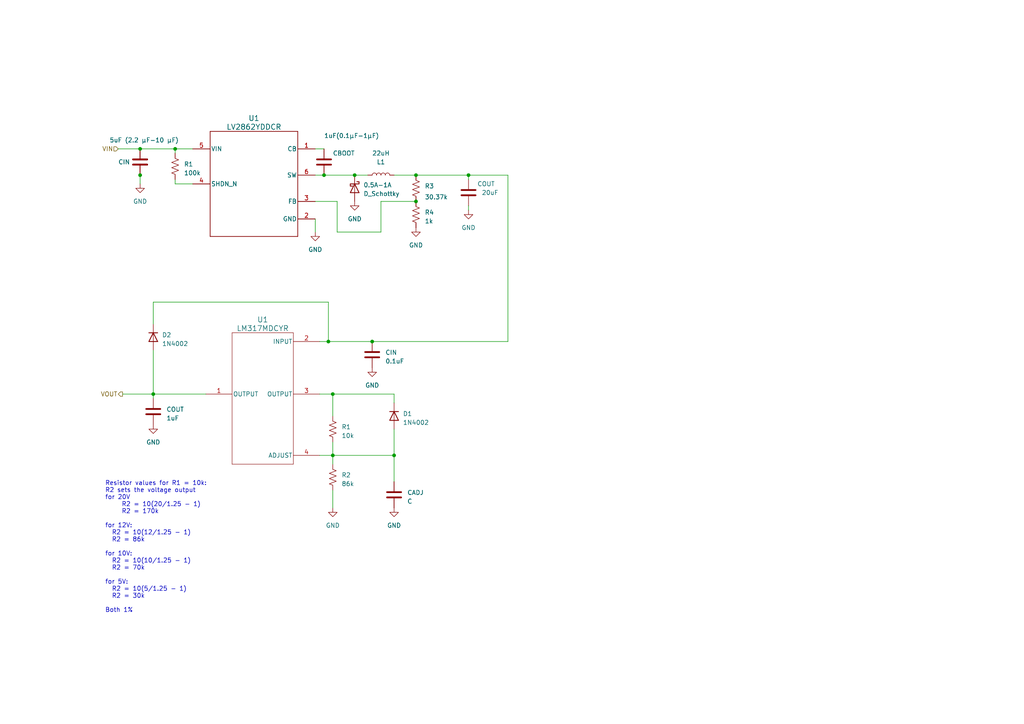
<source format=kicad_sch>
(kicad_sch (version 20230121) (generator eeschema)

  (uuid 69cc5212-5ba8-4ec3-a536-df9441cece17)

  (paper "A4")

  (lib_symbols
    (symbol "Buck:LV2862YDDCR" (pin_names (offset 0.254)) (in_bom yes) (on_board yes)
      (property "Reference" "U" (at 0 2.54 0)
        (effects (font (size 1.524 1.524)))
      )
      (property "Value" "LV2862YDDCR" (at 0 0 0)
        (effects (font (size 1.524 1.524)))
      )
      (property "Footprint" "DDC0006A-IPC_A" (at 0 0 0)
        (effects (font (size 1.27 1.27) italic) hide)
      )
      (property "Datasheet" "LV2862YDDCR" (at 0 0 0)
        (effects (font (size 1.27 1.27) italic) hide)
      )
      (property "ki_locked" "" (at 0 0 0)
        (effects (font (size 1.27 1.27)))
      )
      (property "ki_keywords" "LV2862YDDCR" (at 0 0 0)
        (effects (font (size 1.27 1.27)) hide)
      )
      (property "ki_fp_filters" "DDC0006A-IPC_A DDC0006A-IPC_B DDC0006A-IPC_C DDC0006A-MFG" (at 0 0 0)
        (effects (font (size 1.27 1.27)) hide)
      )
      (symbol "LV2862YDDCR_0_1"
        (polyline
          (pts
            (xy 5.08 -25.4)
            (xy 30.48 -25.4)
          )
          (stroke (width 0.2032) (type default))
          (fill (type none))
        )
        (polyline
          (pts
            (xy 5.08 5.08)
            (xy 5.08 -25.4)
          )
          (stroke (width 0.2032) (type default))
          (fill (type none))
        )
        (polyline
          (pts
            (xy 30.48 -25.4)
            (xy 30.48 5.08)
          )
          (stroke (width 0.2032) (type default))
          (fill (type none))
        )
        (polyline
          (pts
            (xy 30.48 5.08)
            (xy 5.08 5.08)
          )
          (stroke (width 0.2032) (type default))
          (fill (type none))
        )
        (pin unspecified line (at 35.56 0 180) (length 5.08)
          (name "CB" (effects (font (size 1.27 1.27))))
          (number "1" (effects (font (size 1.27 1.27))))
        )
        (pin power_in line (at 35.56 -20.32 180) (length 5.08)
          (name "GND" (effects (font (size 1.27 1.27))))
          (number "2" (effects (font (size 1.27 1.27))))
        )
        (pin unspecified line (at 35.56 -15.24 180) (length 5.08)
          (name "FB" (effects (font (size 1.27 1.27))))
          (number "3" (effects (font (size 1.27 1.27))))
        )
        (pin input line (at 0 -10.16 0) (length 5.08)
          (name "SHDN_N" (effects (font (size 1.27 1.27))))
          (number "4" (effects (font (size 1.27 1.27))))
        )
        (pin power_in line (at 0 0 0) (length 5.08)
          (name "VIN" (effects (font (size 1.27 1.27))))
          (number "5" (effects (font (size 1.27 1.27))))
        )
        (pin unspecified line (at 35.56 -7.62 180) (length 5.08)
          (name "SW" (effects (font (size 1.27 1.27))))
          (number "6" (effects (font (size 1.27 1.27))))
        )
      )
    )
    (symbol "Device:C" (pin_numbers hide) (pin_names (offset 0.254)) (in_bom yes) (on_board yes)
      (property "Reference" "C" (at 0.635 2.54 0)
        (effects (font (size 1.27 1.27)) (justify left))
      )
      (property "Value" "C" (at 0.635 -2.54 0)
        (effects (font (size 1.27 1.27)) (justify left))
      )
      (property "Footprint" "" (at 0.9652 -3.81 0)
        (effects (font (size 1.27 1.27)) hide)
      )
      (property "Datasheet" "~" (at 0 0 0)
        (effects (font (size 1.27 1.27)) hide)
      )
      (property "ki_keywords" "cap capacitor" (at 0 0 0)
        (effects (font (size 1.27 1.27)) hide)
      )
      (property "ki_description" "Unpolarized capacitor" (at 0 0 0)
        (effects (font (size 1.27 1.27)) hide)
      )
      (property "ki_fp_filters" "C_*" (at 0 0 0)
        (effects (font (size 1.27 1.27)) hide)
      )
      (symbol "C_0_1"
        (polyline
          (pts
            (xy -2.032 -0.762)
            (xy 2.032 -0.762)
          )
          (stroke (width 0.508) (type default))
          (fill (type none))
        )
        (polyline
          (pts
            (xy -2.032 0.762)
            (xy 2.032 0.762)
          )
          (stroke (width 0.508) (type default))
          (fill (type none))
        )
      )
      (symbol "C_1_1"
        (pin passive line (at 0 3.81 270) (length 2.794)
          (name "~" (effects (font (size 1.27 1.27))))
          (number "1" (effects (font (size 1.27 1.27))))
        )
        (pin passive line (at 0 -3.81 90) (length 2.794)
          (name "~" (effects (font (size 1.27 1.27))))
          (number "2" (effects (font (size 1.27 1.27))))
        )
      )
    )
    (symbol "Device:D_Schottky" (pin_numbers hide) (pin_names (offset 1.016) hide) (in_bom yes) (on_board yes)
      (property "Reference" "D" (at 0 2.54 0)
        (effects (font (size 1.27 1.27)))
      )
      (property "Value" "D_Schottky" (at 0 -2.54 0)
        (effects (font (size 1.27 1.27)))
      )
      (property "Footprint" "" (at 0 0 0)
        (effects (font (size 1.27 1.27)) hide)
      )
      (property "Datasheet" "~" (at 0 0 0)
        (effects (font (size 1.27 1.27)) hide)
      )
      (property "ki_keywords" "diode Schottky" (at 0 0 0)
        (effects (font (size 1.27 1.27)) hide)
      )
      (property "ki_description" "Schottky diode" (at 0 0 0)
        (effects (font (size 1.27 1.27)) hide)
      )
      (property "ki_fp_filters" "TO-???* *_Diode_* *SingleDiode* D_*" (at 0 0 0)
        (effects (font (size 1.27 1.27)) hide)
      )
      (symbol "D_Schottky_0_1"
        (polyline
          (pts
            (xy 1.27 0)
            (xy -1.27 0)
          )
          (stroke (width 0) (type default))
          (fill (type none))
        )
        (polyline
          (pts
            (xy 1.27 1.27)
            (xy 1.27 -1.27)
            (xy -1.27 0)
            (xy 1.27 1.27)
          )
          (stroke (width 0.254) (type default))
          (fill (type none))
        )
        (polyline
          (pts
            (xy -1.905 0.635)
            (xy -1.905 1.27)
            (xy -1.27 1.27)
            (xy -1.27 -1.27)
            (xy -0.635 -1.27)
            (xy -0.635 -0.635)
          )
          (stroke (width 0.254) (type default))
          (fill (type none))
        )
      )
      (symbol "D_Schottky_1_1"
        (pin passive line (at -3.81 0 0) (length 2.54)
          (name "K" (effects (font (size 1.27 1.27))))
          (number "1" (effects (font (size 1.27 1.27))))
        )
        (pin passive line (at 3.81 0 180) (length 2.54)
          (name "A" (effects (font (size 1.27 1.27))))
          (number "2" (effects (font (size 1.27 1.27))))
        )
      )
    )
    (symbol "Device:L" (pin_numbers hide) (pin_names (offset 1.016) hide) (in_bom yes) (on_board yes)
      (property "Reference" "L" (at -1.27 0 90)
        (effects (font (size 1.27 1.27)))
      )
      (property "Value" "L" (at 1.905 0 90)
        (effects (font (size 1.27 1.27)))
      )
      (property "Footprint" "" (at 0 0 0)
        (effects (font (size 1.27 1.27)) hide)
      )
      (property "Datasheet" "~" (at 0 0 0)
        (effects (font (size 1.27 1.27)) hide)
      )
      (property "ki_keywords" "inductor choke coil reactor magnetic" (at 0 0 0)
        (effects (font (size 1.27 1.27)) hide)
      )
      (property "ki_description" "Inductor" (at 0 0 0)
        (effects (font (size 1.27 1.27)) hide)
      )
      (property "ki_fp_filters" "Choke_* *Coil* Inductor_* L_*" (at 0 0 0)
        (effects (font (size 1.27 1.27)) hide)
      )
      (symbol "L_0_1"
        (arc (start 0 -2.54) (mid 0.6323 -1.905) (end 0 -1.27)
          (stroke (width 0) (type default))
          (fill (type none))
        )
        (arc (start 0 -1.27) (mid 0.6323 -0.635) (end 0 0)
          (stroke (width 0) (type default))
          (fill (type none))
        )
        (arc (start 0 0) (mid 0.6323 0.635) (end 0 1.27)
          (stroke (width 0) (type default))
          (fill (type none))
        )
        (arc (start 0 1.27) (mid 0.6323 1.905) (end 0 2.54)
          (stroke (width 0) (type default))
          (fill (type none))
        )
      )
      (symbol "L_1_1"
        (pin passive line (at 0 3.81 270) (length 1.27)
          (name "1" (effects (font (size 1.27 1.27))))
          (number "1" (effects (font (size 1.27 1.27))))
        )
        (pin passive line (at 0 -3.81 90) (length 1.27)
          (name "2" (effects (font (size 1.27 1.27))))
          (number "2" (effects (font (size 1.27 1.27))))
        )
      )
    )
    (symbol "Device:R_US" (pin_numbers hide) (pin_names (offset 0)) (in_bom yes) (on_board yes)
      (property "Reference" "R" (at 2.54 0 90)
        (effects (font (size 1.27 1.27)))
      )
      (property "Value" "R_US" (at -2.54 0 90)
        (effects (font (size 1.27 1.27)))
      )
      (property "Footprint" "" (at 1.016 -0.254 90)
        (effects (font (size 1.27 1.27)) hide)
      )
      (property "Datasheet" "~" (at 0 0 0)
        (effects (font (size 1.27 1.27)) hide)
      )
      (property "ki_keywords" "R res resistor" (at 0 0 0)
        (effects (font (size 1.27 1.27)) hide)
      )
      (property "ki_description" "Resistor, US symbol" (at 0 0 0)
        (effects (font (size 1.27 1.27)) hide)
      )
      (property "ki_fp_filters" "R_*" (at 0 0 0)
        (effects (font (size 1.27 1.27)) hide)
      )
      (symbol "R_US_0_1"
        (polyline
          (pts
            (xy 0 -2.286)
            (xy 0 -2.54)
          )
          (stroke (width 0) (type default))
          (fill (type none))
        )
        (polyline
          (pts
            (xy 0 2.286)
            (xy 0 2.54)
          )
          (stroke (width 0) (type default))
          (fill (type none))
        )
        (polyline
          (pts
            (xy 0 -0.762)
            (xy 1.016 -1.143)
            (xy 0 -1.524)
            (xy -1.016 -1.905)
            (xy 0 -2.286)
          )
          (stroke (width 0) (type default))
          (fill (type none))
        )
        (polyline
          (pts
            (xy 0 0.762)
            (xy 1.016 0.381)
            (xy 0 0)
            (xy -1.016 -0.381)
            (xy 0 -0.762)
          )
          (stroke (width 0) (type default))
          (fill (type none))
        )
        (polyline
          (pts
            (xy 0 2.286)
            (xy 1.016 1.905)
            (xy 0 1.524)
            (xy -1.016 1.143)
            (xy 0 0.762)
          )
          (stroke (width 0) (type default))
          (fill (type none))
        )
      )
      (symbol "R_US_1_1"
        (pin passive line (at 0 3.81 270) (length 1.27)
          (name "~" (effects (font (size 1.27 1.27))))
          (number "1" (effects (font (size 1.27 1.27))))
        )
        (pin passive line (at 0 -3.81 90) (length 1.27)
          (name "~" (effects (font (size 1.27 1.27))))
          (number "2" (effects (font (size 1.27 1.27))))
        )
      )
    )
    (symbol "Diode:1N4002" (pin_numbers hide) (pin_names hide) (in_bom yes) (on_board yes)
      (property "Reference" "D" (at 0 2.54 0)
        (effects (font (size 1.27 1.27)))
      )
      (property "Value" "1N4002" (at 0 -2.54 0)
        (effects (font (size 1.27 1.27)))
      )
      (property "Footprint" "Diode_THT:D_DO-41_SOD81_P10.16mm_Horizontal" (at 0 -4.445 0)
        (effects (font (size 1.27 1.27)) hide)
      )
      (property "Datasheet" "http://www.vishay.com/docs/88503/1n4001.pdf" (at 0 0 0)
        (effects (font (size 1.27 1.27)) hide)
      )
      (property "Sim.Device" "D" (at 0 0 0)
        (effects (font (size 1.27 1.27)) hide)
      )
      (property "Sim.Pins" "1=K 2=A" (at 0 0 0)
        (effects (font (size 1.27 1.27)) hide)
      )
      (property "ki_keywords" "diode" (at 0 0 0)
        (effects (font (size 1.27 1.27)) hide)
      )
      (property "ki_description" "100V 1A General Purpose Rectifier Diode, DO-41" (at 0 0 0)
        (effects (font (size 1.27 1.27)) hide)
      )
      (property "ki_fp_filters" "D*DO?41*" (at 0 0 0)
        (effects (font (size 1.27 1.27)) hide)
      )
      (symbol "1N4002_0_1"
        (polyline
          (pts
            (xy -1.27 1.27)
            (xy -1.27 -1.27)
          )
          (stroke (width 0.254) (type default))
          (fill (type none))
        )
        (polyline
          (pts
            (xy 1.27 0)
            (xy -1.27 0)
          )
          (stroke (width 0) (type default))
          (fill (type none))
        )
        (polyline
          (pts
            (xy 1.27 1.27)
            (xy 1.27 -1.27)
            (xy -1.27 0)
            (xy 1.27 1.27)
          )
          (stroke (width 0.254) (type default))
          (fill (type none))
        )
      )
      (symbol "1N4002_1_1"
        (pin passive line (at -3.81 0 0) (length 2.54)
          (name "K" (effects (font (size 1.27 1.27))))
          (number "1" (effects (font (size 1.27 1.27))))
        )
        (pin passive line (at 3.81 0 180) (length 2.54)
          (name "A" (effects (font (size 1.27 1.27))))
          (number "2" (effects (font (size 1.27 1.27))))
        )
      )
    )
    (symbol "LDO:LM317MDCYR" (pin_names (offset 0.254)) (in_bom yes) (on_board yes)
      (property "Reference" "U" (at 1.27 19.05 0)
        (effects (font (size 1.524 1.524)))
      )
      (property "Value" "LM317MDCYR" (at 1.27 16.51 0)
        (effects (font (size 1.524 1.524)))
      )
      (property "Footprint" "DCY4" (at 12.7 22.86 0)
        (effects (font (size 1.27 1.27) italic) hide)
      )
      (property "Datasheet" "LM317MDCYR" (at 12.7 25.4 0)
        (effects (font (size 1.27 1.27) italic) hide)
      )
      (property "ki_locked" "" (at 0 0 0)
        (effects (font (size 1.27 1.27)))
      )
      (property "ki_keywords" "LM317MDCYR" (at 0 0 0)
        (effects (font (size 1.27 1.27)) hide)
      )
      (property "ki_fp_filters" "DCY4" (at 0 0 0)
        (effects (font (size 1.27 1.27)) hide)
      )
      (symbol "LM317MDCYR_0_1"
        (polyline
          (pts
            (xy -7.62 -22.86)
            (xy 10.16 -22.86)
          )
          (stroke (width 0.127) (type default))
          (fill (type none))
        )
        (polyline
          (pts
            (xy -7.62 15.24)
            (xy -7.62 -22.86)
          )
          (stroke (width 0.127) (type default))
          (fill (type none))
        )
        (polyline
          (pts
            (xy 10.16 -22.86)
            (xy 10.16 15.24)
          )
          (stroke (width 0.127) (type default))
          (fill (type none))
        )
        (polyline
          (pts
            (xy 10.16 15.24)
            (xy -7.62 15.24)
          )
          (stroke (width 0.127) (type default))
          (fill (type none))
        )
        (pin output line (at -15.24 -2.54 0) (length 7.62)
          (name "OUTPUT" (effects (font (size 1.27 1.27))))
          (number "1" (effects (font (size 1.27 1.27))))
        )
        (pin input line (at 17.78 12.7 180) (length 7.62)
          (name "INPUT" (effects (font (size 1.27 1.27))))
          (number "2" (effects (font (size 1.27 1.27))))
        )
        (pin output line (at 17.78 -2.54 180) (length 7.62)
          (name "OUTPUT" (effects (font (size 1.27 1.27))))
          (number "3" (effects (font (size 1.27 1.27))))
        )
        (pin unspecified line (at 17.78 -20.32 180) (length 7.62)
          (name "ADJUST" (effects (font (size 1.27 1.27))))
          (number "4" (effects (font (size 1.27 1.27))))
        )
      )
    )
    (symbol "power:GND" (power) (pin_names (offset 0)) (in_bom yes) (on_board yes)
      (property "Reference" "#PWR" (at 0 -6.35 0)
        (effects (font (size 1.27 1.27)) hide)
      )
      (property "Value" "GND" (at 0 -3.81 0)
        (effects (font (size 1.27 1.27)))
      )
      (property "Footprint" "" (at 0 0 0)
        (effects (font (size 1.27 1.27)) hide)
      )
      (property "Datasheet" "" (at 0 0 0)
        (effects (font (size 1.27 1.27)) hide)
      )
      (property "ki_keywords" "global power" (at 0 0 0)
        (effects (font (size 1.27 1.27)) hide)
      )
      (property "ki_description" "Power symbol creates a global label with name \"GND\" , ground" (at 0 0 0)
        (effects (font (size 1.27 1.27)) hide)
      )
      (symbol "GND_0_1"
        (polyline
          (pts
            (xy 0 0)
            (xy 0 -1.27)
            (xy 1.27 -1.27)
            (xy 0 -2.54)
            (xy -1.27 -1.27)
            (xy 0 -1.27)
          )
          (stroke (width 0) (type default))
          (fill (type none))
        )
      )
      (symbol "GND_1_1"
        (pin power_in line (at 0 0 270) (length 0) hide
          (name "GND" (effects (font (size 1.27 1.27))))
          (number "1" (effects (font (size 1.27 1.27))))
        )
      )
    )
  )

  (junction (at 120.65 50.8) (diameter 0) (color 0 0 0 0)
    (uuid 05c63fa1-1bb6-484b-9a9f-d14482594bfa)
  )
  (junction (at 96.52 132.08) (diameter 0) (color 0 0 0 0)
    (uuid 194e5c1e-26a1-4b1f-99ac-d98c5e1b46d2)
  )
  (junction (at 93.98 50.8) (diameter 0) (color 0 0 0 0)
    (uuid 249ae2f9-f823-45a1-b120-4279db223ece)
  )
  (junction (at 40.64 43.18) (diameter 0) (color 0 0 0 0)
    (uuid 28ac6238-55e4-4db7-bacc-8e1bffac0066)
  )
  (junction (at 120.65 58.42) (diameter 0) (color 0 0 0 0)
    (uuid 3ff120d7-1225-410d-9c2c-ffdfdf2dfeb8)
  )
  (junction (at 135.89 50.8) (diameter 0) (color 0 0 0 0)
    (uuid 549390f0-cd7c-48f0-9340-5c2c4260e3d5)
  )
  (junction (at 95.25 99.06) (diameter 0) (color 0 0 0 0)
    (uuid 73725486-244d-4ff7-b543-5541739cf26a)
  )
  (junction (at 50.8 43.18) (diameter 0) (color 0 0 0 0)
    (uuid 801dd88e-25be-4309-911c-06e0299ccfdd)
  )
  (junction (at 96.52 114.3) (diameter 0) (color 0 0 0 0)
    (uuid 86043a71-6a83-4a2d-a986-2a77d466a131)
  )
  (junction (at 102.87 50.8) (diameter 0) (color 0 0 0 0)
    (uuid a1215a99-21f9-481c-82a7-978589d7aafb)
  )
  (junction (at 44.45 114.3) (diameter 0) (color 0 0 0 0)
    (uuid a8330e2f-af22-4d13-b5f2-adbb7938c15f)
  )
  (junction (at 40.64 50.8) (diameter 0) (color 0 0 0 0)
    (uuid b2aee6ab-8be2-4f6a-b73e-b6580ad0122d)
  )
  (junction (at 114.3 132.08) (diameter 0) (color 0 0 0 0)
    (uuid e9e63f5e-af39-4e6c-9c17-dba8dca4b426)
  )
  (junction (at 107.95 99.06) (diameter 0) (color 0 0 0 0)
    (uuid f39f941d-e4b6-40dc-8746-cf7320afc5d6)
  )

  (wire (pts (xy 50.8 53.34) (xy 55.88 53.34))
    (stroke (width 0) (type default))
    (uuid 0248fefa-2541-4af8-927e-e162ca59c8bf)
  )
  (wire (pts (xy 114.3 116.84) (xy 114.3 114.3))
    (stroke (width 0) (type default))
    (uuid 028de59d-1cf0-4771-9fa0-f540f6e84bd0)
  )
  (wire (pts (xy 114.3 132.08) (xy 114.3 139.7))
    (stroke (width 0) (type default))
    (uuid 0b6769e5-1a9b-49a0-92fa-64338fd5e1e5)
  )
  (wire (pts (xy 92.71 132.08) (xy 96.52 132.08))
    (stroke (width 0) (type default))
    (uuid 0c3f4029-7455-4334-8fb4-8cfd6d846396)
  )
  (wire (pts (xy 135.89 60.96) (xy 135.89 59.69))
    (stroke (width 0) (type default))
    (uuid 0f971934-0ddf-4292-88b0-bfeed2e7b45a)
  )
  (wire (pts (xy 91.44 43.18) (xy 93.98 43.18))
    (stroke (width 0) (type default))
    (uuid 195c710d-3e66-4ac7-95ab-1858b6be0e94)
  )
  (wire (pts (xy 44.45 93.98) (xy 44.45 87.63))
    (stroke (width 0) (type default))
    (uuid 1e44ec6a-e964-4f64-870c-3b146471104b)
  )
  (wire (pts (xy 110.49 67.31) (xy 110.49 58.42))
    (stroke (width 0) (type default))
    (uuid 2fb05118-9944-411c-a92e-6a9901ab8f32)
  )
  (wire (pts (xy 135.89 50.8) (xy 147.32 50.8))
    (stroke (width 0) (type default))
    (uuid 32fc7ab9-a7d5-4d39-bfc9-6ea94f76db20)
  )
  (wire (pts (xy 95.25 87.63) (xy 95.25 99.06))
    (stroke (width 0) (type default))
    (uuid 33b9f962-a4cf-496b-93c0-c7ea2e1c6d0a)
  )
  (wire (pts (xy 120.65 50.8) (xy 135.89 50.8))
    (stroke (width 0) (type default))
    (uuid 3baa41a7-8014-4a0d-a23a-332a9c5d1fd5)
  )
  (wire (pts (xy 50.8 52.07) (xy 50.8 53.34))
    (stroke (width 0) (type default))
    (uuid 417f70dd-48c7-4e4a-a704-e5ce8e46dfa5)
  )
  (wire (pts (xy 92.71 99.06) (xy 95.25 99.06))
    (stroke (width 0) (type default))
    (uuid 41a759c5-9437-45b4-bb26-854203822128)
  )
  (wire (pts (xy 135.89 52.07) (xy 135.89 50.8))
    (stroke (width 0) (type default))
    (uuid 42d6f58e-98b6-43c6-b586-c13cb1c1f039)
  )
  (wire (pts (xy 91.44 63.5) (xy 91.44 67.31))
    (stroke (width 0) (type default))
    (uuid 68cd7980-b9ea-49b8-b023-d6cec75e26e8)
  )
  (wire (pts (xy 50.8 43.18) (xy 50.8 44.45))
    (stroke (width 0) (type default))
    (uuid 6bd63597-fecd-4666-a37f-d5c0a9092105)
  )
  (wire (pts (xy 97.79 58.42) (xy 97.79 67.31))
    (stroke (width 0) (type default))
    (uuid 6f555269-d3a8-4a56-9feb-0bc1892ed299)
  )
  (wire (pts (xy 34.29 43.18) (xy 40.64 43.18))
    (stroke (width 0) (type default))
    (uuid 7593dd03-e12e-4b97-9ff2-cfd66809af34)
  )
  (wire (pts (xy 96.52 114.3) (xy 96.52 120.65))
    (stroke (width 0) (type default))
    (uuid 76f832b6-7d70-4597-bfa7-fc597729ee32)
  )
  (wire (pts (xy 93.98 50.8) (xy 102.87 50.8))
    (stroke (width 0) (type default))
    (uuid 7b4ac6f3-d71c-4e08-86f4-4d8b5fb65444)
  )
  (wire (pts (xy 44.45 114.3) (xy 44.45 115.57))
    (stroke (width 0) (type default))
    (uuid 846a68bb-87a8-4f84-8baa-7da9c06fcccd)
  )
  (wire (pts (xy 40.64 43.18) (xy 50.8 43.18))
    (stroke (width 0) (type default))
    (uuid 8db78a4b-290e-4a04-b62d-07ac56af9c0a)
  )
  (wire (pts (xy 92.71 114.3) (xy 96.52 114.3))
    (stroke (width 0) (type default))
    (uuid 93bd5769-e547-4739-a11c-3f1c828e7c2c)
  )
  (wire (pts (xy 97.79 67.31) (xy 110.49 67.31))
    (stroke (width 0) (type default))
    (uuid 976c654d-3d05-40cf-8cc0-c151979d590e)
  )
  (wire (pts (xy 95.25 99.06) (xy 107.95 99.06))
    (stroke (width 0) (type default))
    (uuid 99c3998e-3f6f-4139-9e72-cb143ae90296)
  )
  (wire (pts (xy 44.45 87.63) (xy 95.25 87.63))
    (stroke (width 0) (type default))
    (uuid a5f11db3-eb9c-484d-9c5e-99027a15584b)
  )
  (wire (pts (xy 114.3 50.8) (xy 120.65 50.8))
    (stroke (width 0) (type default))
    (uuid b2aae858-0a30-4c85-9829-3f8274697937)
  )
  (wire (pts (xy 44.45 101.6) (xy 44.45 114.3))
    (stroke (width 0) (type default))
    (uuid bc86cf12-80d8-447b-bc69-3b93c4ba3605)
  )
  (wire (pts (xy 102.87 50.8) (xy 106.68 50.8))
    (stroke (width 0) (type default))
    (uuid c1d52ba6-74ae-4012-95ad-7c0ce0ecad70)
  )
  (wire (pts (xy 114.3 114.3) (xy 96.52 114.3))
    (stroke (width 0) (type default))
    (uuid c2e27ffa-7e75-4ee8-bcf3-1ae821dd1dc9)
  )
  (wire (pts (xy 40.64 50.8) (xy 40.64 53.34))
    (stroke (width 0) (type default))
    (uuid c4786a52-561c-4970-88a2-0c10859f4942)
  )
  (wire (pts (xy 96.52 132.08) (xy 114.3 132.08))
    (stroke (width 0) (type default))
    (uuid cb8cbef8-adb2-4bd6-913d-629197207071)
  )
  (wire (pts (xy 147.32 50.8) (xy 147.32 99.06))
    (stroke (width 0) (type default))
    (uuid cda07672-417f-45e4-a427-7d18656c9be0)
  )
  (wire (pts (xy 91.44 58.42) (xy 97.79 58.42))
    (stroke (width 0) (type default))
    (uuid d5d97dfe-4002-4437-8890-db383f12e44a)
  )
  (wire (pts (xy 114.3 124.46) (xy 114.3 132.08))
    (stroke (width 0) (type default))
    (uuid d9e35ba1-86b7-494f-8444-5f4414f6955b)
  )
  (wire (pts (xy 110.49 58.42) (xy 120.65 58.42))
    (stroke (width 0) (type default))
    (uuid db2aa714-ac1c-4f91-9ddd-097339a7b2eb)
  )
  (wire (pts (xy 59.69 114.3) (xy 44.45 114.3))
    (stroke (width 0) (type default))
    (uuid de1a3b26-2f5c-4a91-a4c0-fb9962476d40)
  )
  (wire (pts (xy 96.52 128.27) (xy 96.52 132.08))
    (stroke (width 0) (type default))
    (uuid ea2acc33-a76f-45a8-bd2d-b555a580cd0b)
  )
  (wire (pts (xy 107.95 99.06) (xy 147.32 99.06))
    (stroke (width 0) (type default))
    (uuid ed3ee983-c489-4cc1-86cd-97e4f666310a)
  )
  (wire (pts (xy 50.8 43.18) (xy 55.88 43.18))
    (stroke (width 0) (type default))
    (uuid ef155a16-15e1-4bfe-8ce7-fec6d70112bf)
  )
  (wire (pts (xy 91.44 50.8) (xy 93.98 50.8))
    (stroke (width 0) (type default))
    (uuid f24e43c4-e597-4b65-b29c-28bf90d6876b)
  )
  (wire (pts (xy 96.52 142.24) (xy 96.52 147.32))
    (stroke (width 0) (type default))
    (uuid f6e4c4da-0014-4b22-bd65-5185badd329d)
  )
  (wire (pts (xy 96.52 132.08) (xy 96.52 134.62))
    (stroke (width 0) (type default))
    (uuid fe546822-623a-44a2-87d3-d670d9b07c6f)
  )
  (wire (pts (xy 35.56 114.3) (xy 44.45 114.3))
    (stroke (width 0) (type default))
    (uuid ff2a031a-9eb8-4c84-b8fe-8941be796930)
  )

  (text "Resistor values for R1 = 10k:\nR2 sets the voltage output\nfor 20V \n	R2 = 10(20/1.25 - 1)\n	R2 = 170k\n\nfor 12V:\n  R2 = 10(12/1.25 - 1)\n  R2 = 86k\n\nfor 10V:\n  R2 = 10(10/1.25 - 1)\n  R2 = 70k\n\nfor 5V:\n  R2 = 10(5/1.25 - 1)\n  R2 = 30k\n\nBoth 1%"
    (at 30.48 177.8 0)
    (effects (font (size 1.27 1.27)) (justify left bottom))
    (uuid 96cb566a-dff4-4229-ab32-a357a11311a3)
  )

  (hierarchical_label "VIN" (shape input) (at 34.29 43.18 180) (fields_autoplaced)
    (effects (font (size 1.27 1.27)) (justify right))
    (uuid 10a22cee-2c3a-4b3b-8e04-751c81f80694)
  )
  (hierarchical_label "VOUT" (shape output) (at 35.56 114.3 180) (fields_autoplaced)
    (effects (font (size 1.27 1.27)) (justify right))
    (uuid 1ef377ca-83e5-48b6-8ddc-d00ed6ac937c)
  )

  (symbol (lib_id "power:GND") (at 120.65 66.04 0) (unit 1)
    (in_bom yes) (on_board yes) (dnp no) (fields_autoplaced)
    (uuid 04019a86-ca20-4a60-aebb-6a3c7bc050cb)
    (property "Reference" "#PWR04" (at 120.65 72.39 0)
      (effects (font (size 1.27 1.27)) hide)
    )
    (property "Value" "GND" (at 120.65 71.12 0)
      (effects (font (size 1.27 1.27)))
    )
    (property "Footprint" "" (at 120.65 66.04 0)
      (effects (font (size 1.27 1.27)) hide)
    )
    (property "Datasheet" "" (at 120.65 66.04 0)
      (effects (font (size 1.27 1.27)) hide)
    )
    (pin "1" (uuid 5322739b-9dc8-4ea9-b6ee-d5c1b8d017a5))
    (instances
      (project "buck_converter_new"
        (path "/149e507d-55bd-45fe-b150-20d899d3b124"
          (reference "#PWR04") (unit 1)
        )
      )
      (project "power_board_new"
        (path "/69cc5212-5ba8-4ec3-a536-df9441cece17"
          (reference "#PWR04") (unit 1)
        )
      )
    )
  )

  (symbol (lib_id "Device:R_US") (at 50.8 48.26 0) (unit 1)
    (in_bom yes) (on_board yes) (dnp no) (fields_autoplaced)
    (uuid 08343eae-bdce-4061-8699-958f728b75c8)
    (property "Reference" "R1" (at 53.34 47.625 0)
      (effects (font (size 1.27 1.27)) (justify left))
    )
    (property "Value" "100k" (at 53.34 50.165 0)
      (effects (font (size 1.27 1.27)) (justify left))
    )
    (property "Footprint" "" (at 51.816 48.514 90)
      (effects (font (size 1.27 1.27)) hide)
    )
    (property "Datasheet" "~" (at 50.8 48.26 0)
      (effects (font (size 1.27 1.27)) hide)
    )
    (pin "1" (uuid 21557590-df05-4475-845f-f41c0a3daf29))
    (pin "2" (uuid de746755-42be-47ee-bffd-e3d9e9e7e363))
    (instances
      (project "buck_converter_new"
        (path "/149e507d-55bd-45fe-b150-20d899d3b124"
          (reference "R1") (unit 1)
        )
      )
      (project "power_board_new"
        (path "/69cc5212-5ba8-4ec3-a536-df9441cece17"
          (reference "R1") (unit 1)
        )
      )
    )
  )

  (symbol (lib_id "Diode:1N4002") (at 44.45 97.79 270) (unit 1)
    (in_bom yes) (on_board yes) (dnp no) (fields_autoplaced)
    (uuid 0ca353b7-67e1-4f33-be19-1beee4a15128)
    (property "Reference" "D2" (at 46.99 97.155 90)
      (effects (font (size 1.27 1.27)) (justify left))
    )
    (property "Value" "1N4002" (at 46.99 99.695 90)
      (effects (font (size 1.27 1.27)) (justify left))
    )
    (property "Footprint" "Diode_THT:D_DO-41_SOD81_P10.16mm_Horizontal" (at 40.005 97.79 0)
      (effects (font (size 1.27 1.27)) hide)
    )
    (property "Datasheet" "http://www.vishay.com/docs/88503/1n4001.pdf" (at 44.45 97.79 0)
      (effects (font (size 1.27 1.27)) hide)
    )
    (property "Sim.Device" "D" (at 44.45 97.79 0)
      (effects (font (size 1.27 1.27)) hide)
    )
    (property "Sim.Pins" "1=K 2=A" (at 44.45 97.79 0)
      (effects (font (size 1.27 1.27)) hide)
    )
    (pin "1" (uuid 199f1192-b115-41f3-a90d-84dceab1b120))
    (pin "2" (uuid 0b3e2ccd-4b6d-4700-bb8b-3ea0954f083d))
    (instances
      (project "ldo_new"
        (path "/37885a27-0530-49a3-9bbe-7c9919a563cc"
          (reference "D2") (unit 1)
        )
      )
      (project "power_board_new"
        (path "/69cc5212-5ba8-4ec3-a536-df9441cece17"
          (reference "D2") (unit 1)
        )
      )
    )
  )

  (symbol (lib_id "Device:C") (at 44.45 119.38 0) (unit 1)
    (in_bom yes) (on_board yes) (dnp no) (fields_autoplaced)
    (uuid 0f60a88a-5d75-4562-baf8-e27860014ba8)
    (property "Reference" "COUT" (at 48.26 118.745 0)
      (effects (font (size 1.27 1.27)) (justify left))
    )
    (property "Value" "1uF" (at 48.26 121.285 0)
      (effects (font (size 1.27 1.27)) (justify left))
    )
    (property "Footprint" "" (at 45.4152 123.19 0)
      (effects (font (size 1.27 1.27)) hide)
    )
    (property "Datasheet" "~" (at 44.45 119.38 0)
      (effects (font (size 1.27 1.27)) hide)
    )
    (pin "1" (uuid 13c39944-2329-4407-b693-154a5be3c0ac))
    (pin "2" (uuid f7cc19b1-87ce-4a13-94e5-fb0adc2b3040))
    (instances
      (project "ldo_new"
        (path "/37885a27-0530-49a3-9bbe-7c9919a563cc"
          (reference "COUT") (unit 1)
        )
      )
      (project "power_board_new"
        (path "/69cc5212-5ba8-4ec3-a536-df9441cece17"
          (reference "COUT") (unit 1)
        )
      )
    )
  )

  (symbol (lib_id "Device:D_Schottky") (at 102.87 54.61 270) (unit 1)
    (in_bom yes) (on_board yes) (dnp no) (fields_autoplaced)
    (uuid 1fb01dce-f5ba-48fc-9d74-7323b0c4e123)
    (property "Reference" "0.5A-1A" (at 105.41 53.6575 90)
      (effects (font (size 1.27 1.27)) (justify left))
    )
    (property "Value" "D_Schottky" (at 105.41 56.1975 90)
      (effects (font (size 1.27 1.27)) (justify left))
    )
    (property "Footprint" "" (at 102.87 54.61 0)
      (effects (font (size 1.27 1.27)) hide)
    )
    (property "Datasheet" "~" (at 102.87 54.61 0)
      (effects (font (size 1.27 1.27)) hide)
    )
    (pin "1" (uuid 6133e0ff-8a71-4d6d-936a-38d63a89a13c))
    (pin "2" (uuid 1efd95d0-34d1-44d2-8362-89be5571dbb9))
    (instances
      (project "buck_converter_new"
        (path "/149e507d-55bd-45fe-b150-20d899d3b124"
          (reference "0.5A-1A") (unit 1)
        )
      )
      (project "power_board_new"
        (path "/69cc5212-5ba8-4ec3-a536-df9441cece17"
          (reference "0.5A-1A") (unit 1)
        )
      )
    )
  )

  (symbol (lib_id "Device:R_US") (at 120.65 62.23 0) (unit 1)
    (in_bom yes) (on_board yes) (dnp no) (fields_autoplaced)
    (uuid 31b6f6e4-c79e-48fa-959a-0ab1d97a1996)
    (property "Reference" "R4" (at 123.19 61.595 0)
      (effects (font (size 1.27 1.27)) (justify left))
    )
    (property "Value" "1k" (at 123.19 64.135 0)
      (effects (font (size 1.27 1.27)) (justify left))
    )
    (property "Footprint" "" (at 121.666 62.484 90)
      (effects (font (size 1.27 1.27)) hide)
    )
    (property "Datasheet" "~" (at 120.65 62.23 0)
      (effects (font (size 1.27 1.27)) hide)
    )
    (pin "1" (uuid 403d01e2-c818-4deb-9db6-ae6ae642dd2f))
    (pin "2" (uuid dafd55c5-77b2-45ad-bae2-e3170384a02c))
    (instances
      (project "buck_converter_new"
        (path "/149e507d-55bd-45fe-b150-20d899d3b124"
          (reference "R4") (unit 1)
        )
      )
      (project "power_board_new"
        (path "/69cc5212-5ba8-4ec3-a536-df9441cece17"
          (reference "R4") (unit 1)
        )
      )
    )
  )

  (symbol (lib_id "power:GND") (at 40.64 53.34 0) (unit 1)
    (in_bom yes) (on_board yes) (dnp no) (fields_autoplaced)
    (uuid 40d3a772-96bd-407c-a606-5e60ddd2cd1f)
    (property "Reference" "#PWR02" (at 40.64 59.69 0)
      (effects (font (size 1.27 1.27)) hide)
    )
    (property "Value" "GND" (at 40.64 58.42 0)
      (effects (font (size 1.27 1.27)))
    )
    (property "Footprint" "" (at 40.64 53.34 0)
      (effects (font (size 1.27 1.27)) hide)
    )
    (property "Datasheet" "" (at 40.64 53.34 0)
      (effects (font (size 1.27 1.27)) hide)
    )
    (pin "1" (uuid 5a6b410a-fb95-4f1c-8849-866236612a63))
    (instances
      (project "buck_converter_new"
        (path "/149e507d-55bd-45fe-b150-20d899d3b124"
          (reference "#PWR02") (unit 1)
        )
      )
      (project "power_board_new"
        (path "/69cc5212-5ba8-4ec3-a536-df9441cece17"
          (reference "#PWR02") (unit 1)
        )
      )
    )
  )

  (symbol (lib_id "power:GND") (at 96.52 147.32 0) (unit 1)
    (in_bom yes) (on_board yes) (dnp no) (fields_autoplaced)
    (uuid 425c1c32-5be1-4f87-ab50-94b1850ad870)
    (property "Reference" "#PWR04" (at 96.52 153.67 0)
      (effects (font (size 1.27 1.27)) hide)
    )
    (property "Value" "GND" (at 96.52 152.4 0)
      (effects (font (size 1.27 1.27)))
    )
    (property "Footprint" "" (at 96.52 147.32 0)
      (effects (font (size 1.27 1.27)) hide)
    )
    (property "Datasheet" "" (at 96.52 147.32 0)
      (effects (font (size 1.27 1.27)) hide)
    )
    (pin "1" (uuid d38e495e-630a-4e7a-a34a-63877a5bf50c))
    (instances
      (project "ldo_new"
        (path "/37885a27-0530-49a3-9bbe-7c9919a563cc"
          (reference "#PWR04") (unit 1)
        )
      )
      (project "power_board_new"
        (path "/69cc5212-5ba8-4ec3-a536-df9441cece17"
          (reference "#PWR04") (unit 1)
        )
      )
    )
  )

  (symbol (lib_id "Device:R_US") (at 120.65 54.61 0) (unit 1)
    (in_bom yes) (on_board yes) (dnp no)
    (uuid 4648e923-fbfe-41df-aa71-5ecb2d5c29f2)
    (property "Reference" "R3" (at 123.19 53.975 0)
      (effects (font (size 1.27 1.27)) (justify left))
    )
    (property "Value" "30.37k" (at 123.19 57.15 0)
      (effects (font (size 1.27 1.27)) (justify left))
    )
    (property "Footprint" "" (at 121.666 54.864 90)
      (effects (font (size 1.27 1.27)) hide)
    )
    (property "Datasheet" "~" (at 120.65 54.61 0)
      (effects (font (size 1.27 1.27)) hide)
    )
    (pin "1" (uuid deb09a9f-4c90-4c68-b824-b77ceece1500))
    (pin "2" (uuid 8fb6c28f-f2f0-4d49-b48a-f482fa635b15))
    (instances
      (project "buck_converter_new"
        (path "/149e507d-55bd-45fe-b150-20d899d3b124"
          (reference "R3") (unit 1)
        )
      )
      (project "power_board_new"
        (path "/69cc5212-5ba8-4ec3-a536-df9441cece17"
          (reference "R3") (unit 1)
        )
      )
    )
  )

  (symbol (lib_id "Diode:1N4002") (at 114.3 120.65 270) (unit 1)
    (in_bom yes) (on_board yes) (dnp no) (fields_autoplaced)
    (uuid 46b7f90e-ef27-46c8-bf29-10d54bbf2c09)
    (property "Reference" "D1" (at 116.84 120.015 90)
      (effects (font (size 1.27 1.27)) (justify left))
    )
    (property "Value" "1N4002" (at 116.84 122.555 90)
      (effects (font (size 1.27 1.27)) (justify left))
    )
    (property "Footprint" "Diode_THT:D_DO-41_SOD81_P10.16mm_Horizontal" (at 109.855 120.65 0)
      (effects (font (size 1.27 1.27)) hide)
    )
    (property "Datasheet" "http://www.vishay.com/docs/88503/1n4001.pdf" (at 114.3 120.65 0)
      (effects (font (size 1.27 1.27)) hide)
    )
    (property "Sim.Device" "D" (at 114.3 120.65 0)
      (effects (font (size 1.27 1.27)) hide)
    )
    (property "Sim.Pins" "1=K 2=A" (at 114.3 120.65 0)
      (effects (font (size 1.27 1.27)) hide)
    )
    (pin "1" (uuid 6110eaee-8932-4cee-884f-612093f617ec))
    (pin "2" (uuid bd20a9b5-47aa-4e14-8ae1-6359d4a1b89b))
    (instances
      (project "ldo_new"
        (path "/37885a27-0530-49a3-9bbe-7c9919a563cc"
          (reference "D1") (unit 1)
        )
      )
      (project "power_board_new"
        (path "/69cc5212-5ba8-4ec3-a536-df9441cece17"
          (reference "D1") (unit 1)
        )
      )
    )
  )

  (symbol (lib_id "Device:C") (at 40.64 46.99 0) (unit 1)
    (in_bom yes) (on_board yes) (dnp no)
    (uuid 4aff35db-bcdb-4ed4-ad18-46cea680d878)
    (property "Reference" "C1" (at 44.45 46.355 0)
      (effects (font (size 1.27 1.27)) (justify left) hide)
    )
    (property "Value" "C" (at 44.45 48.895 0)
      (effects (font (size 1.27 1.27)) (justify left) hide)
    )
    (property "Footprint" "" (at 41.6052 50.8 0)
      (effects (font (size 1.27 1.27)) hide)
    )
    (property "Datasheet" "~" (at 40.64 46.99 0)
      (effects (font (size 1.27 1.27)) hide)
    )
    (pin "1" (uuid 3b8d23d6-f344-4d8f-91c8-4fa6e116a4d5))
    (pin "2" (uuid 1eab76bb-292f-45f3-b465-e323cfd49c78))
    (instances
      (project "buck_converter_new"
        (path "/149e507d-55bd-45fe-b150-20d899d3b124"
          (reference "C1") (unit 1)
        )
      )
      (project "power_board_new"
        (path "/69cc5212-5ba8-4ec3-a536-df9441cece17"
          (reference "C1") (unit 1)
        )
      )
    )
  )

  (symbol (lib_id "Device:C") (at 93.98 46.99 0) (unit 1)
    (in_bom yes) (on_board yes) (dnp no)
    (uuid 55f32253-ec6a-48e8-ad89-c4a72f71be01)
    (property "Reference" "CBOOT" (at 96.52 44.45 0)
      (effects (font (size 1.27 1.27)) (justify left))
    )
    (property "Value" "1uF(0.1µF-1µF)" (at 93.98 39.37 0)
      (effects (font (size 1.27 1.27)) (justify left))
    )
    (property "Footprint" "" (at 94.9452 50.8 0)
      (effects (font (size 1.27 1.27)) hide)
    )
    (property "Datasheet" "~" (at 93.98 46.99 0)
      (effects (font (size 1.27 1.27)) hide)
    )
    (pin "1" (uuid 82abfd29-0b22-4729-aa09-fcdcfa503549))
    (pin "2" (uuid e25b3452-e36f-4a37-b2fb-255a5e11a23e))
    (instances
      (project "buck_converter_new"
        (path "/149e507d-55bd-45fe-b150-20d899d3b124"
          (reference "CBOOT") (unit 1)
        )
      )
      (project "power_board_new"
        (path "/69cc5212-5ba8-4ec3-a536-df9441cece17"
          (reference "CBOOT") (unit 1)
        )
      )
    )
  )

  (symbol (lib_id "power:GND") (at 44.45 123.19 0) (unit 1)
    (in_bom yes) (on_board yes) (dnp no) (fields_autoplaced)
    (uuid 55ffcd28-8787-40e3-8b45-de93c789a9c9)
    (property "Reference" "#PWR01" (at 44.45 129.54 0)
      (effects (font (size 1.27 1.27)) hide)
    )
    (property "Value" "GND" (at 44.45 128.27 0)
      (effects (font (size 1.27 1.27)))
    )
    (property "Footprint" "" (at 44.45 123.19 0)
      (effects (font (size 1.27 1.27)) hide)
    )
    (property "Datasheet" "" (at 44.45 123.19 0)
      (effects (font (size 1.27 1.27)) hide)
    )
    (pin "1" (uuid 56010a03-58b5-40a2-9b38-90ed383fb895))
    (instances
      (project "ldo_new"
        (path "/37885a27-0530-49a3-9bbe-7c9919a563cc"
          (reference "#PWR01") (unit 1)
        )
      )
      (project "power_board_new"
        (path "/69cc5212-5ba8-4ec3-a536-df9441cece17"
          (reference "#PWR01") (unit 1)
        )
      )
    )
  )

  (symbol (lib_id "Device:R_US") (at 96.52 124.46 0) (unit 1)
    (in_bom yes) (on_board yes) (dnp no) (fields_autoplaced)
    (uuid 57cc4cf0-77b6-409a-9523-2d32f4603a71)
    (property "Reference" "R1" (at 99.06 123.825 0)
      (effects (font (size 1.27 1.27)) (justify left))
    )
    (property "Value" "10k" (at 99.06 126.365 0)
      (effects (font (size 1.27 1.27)) (justify left))
    )
    (property "Footprint" "" (at 97.536 124.714 90)
      (effects (font (size 1.27 1.27)) hide)
    )
    (property "Datasheet" "~" (at 96.52 124.46 0)
      (effects (font (size 1.27 1.27)) hide)
    )
    (pin "1" (uuid d53d3364-f1e8-4a1e-9c9a-eae518e3efe8))
    (pin "2" (uuid 9031b412-1ce8-4bde-95d2-8cdf81297926))
    (instances
      (project "ldo_new"
        (path "/37885a27-0530-49a3-9bbe-7c9919a563cc"
          (reference "R1") (unit 1)
        )
      )
      (project "power_board_new"
        (path "/69cc5212-5ba8-4ec3-a536-df9441cece17"
          (reference "R1") (unit 1)
        )
      )
    )
  )

  (symbol (lib_id "Device:L") (at 110.49 50.8 90) (unit 1)
    (in_bom yes) (on_board yes) (dnp no)
    (uuid 6a95801f-ca2d-42f1-ad16-8c3c0a20c8cb)
    (property "Reference" "L1" (at 110.49 46.99 90)
      (effects (font (size 1.27 1.27)))
    )
    (property "Value" "22uH" (at 110.49 44.45 90)
      (effects (font (size 1.27 1.27)))
    )
    (property "Footprint" "" (at 110.49 50.8 0)
      (effects (font (size 1.27 1.27)) hide)
    )
    (property "Datasheet" "~" (at 110.49 50.8 0)
      (effects (font (size 1.27 1.27)) hide)
    )
    (pin "1" (uuid 1f038eb0-5f74-4bfd-abb7-c342f9c34fa2))
    (pin "2" (uuid af8f76ed-e9f1-4048-b550-c2c4531b03c8))
    (instances
      (project "buck_converter_new"
        (path "/149e507d-55bd-45fe-b150-20d899d3b124"
          (reference "L1") (unit 1)
        )
      )
      (project "power_board_new"
        (path "/69cc5212-5ba8-4ec3-a536-df9441cece17"
          (reference "L1") (unit 1)
        )
      )
    )
  )

  (symbol (lib_id "power:GND") (at 114.3 147.32 0) (unit 1)
    (in_bom yes) (on_board yes) (dnp no) (fields_autoplaced)
    (uuid 71076032-c4d5-4fdb-a8ef-aa50a1f324e7)
    (property "Reference" "#PWR03" (at 114.3 153.67 0)
      (effects (font (size 1.27 1.27)) hide)
    )
    (property "Value" "GND" (at 114.3 152.4 0)
      (effects (font (size 1.27 1.27)))
    )
    (property "Footprint" "" (at 114.3 147.32 0)
      (effects (font (size 1.27 1.27)) hide)
    )
    (property "Datasheet" "" (at 114.3 147.32 0)
      (effects (font (size 1.27 1.27)) hide)
    )
    (pin "1" (uuid fa141414-e466-4f30-a9ee-a1f15db32f67))
    (instances
      (project "ldo_new"
        (path "/37885a27-0530-49a3-9bbe-7c9919a563cc"
          (reference "#PWR03") (unit 1)
        )
      )
      (project "power_board_new"
        (path "/69cc5212-5ba8-4ec3-a536-df9441cece17"
          (reference "#PWR03") (unit 1)
        )
      )
    )
  )

  (symbol (lib_id "Device:C") (at 107.95 102.87 0) (unit 1)
    (in_bom yes) (on_board yes) (dnp no) (fields_autoplaced)
    (uuid 8708142f-1a6c-4ce5-9b58-af29ec6bc3ef)
    (property "Reference" "CIN" (at 111.76 102.235 0)
      (effects (font (size 1.27 1.27)) (justify left))
    )
    (property "Value" "0.1uF" (at 111.76 104.775 0)
      (effects (font (size 1.27 1.27)) (justify left))
    )
    (property "Footprint" "" (at 108.9152 106.68 0)
      (effects (font (size 1.27 1.27)) hide)
    )
    (property "Datasheet" "~" (at 107.95 102.87 0)
      (effects (font (size 1.27 1.27)) hide)
    )
    (pin "1" (uuid 2b559ef2-3594-407a-85db-81aa76433c71))
    (pin "2" (uuid 3c15fd6e-eef8-4d4f-8ea0-6c0f57d4546d))
    (instances
      (project "ldo_new"
        (path "/37885a27-0530-49a3-9bbe-7c9919a563cc"
          (reference "CIN") (unit 1)
        )
      )
      (project "power_board_new"
        (path "/69cc5212-5ba8-4ec3-a536-df9441cece17"
          (reference "CIN") (unit 1)
        )
      )
    )
  )

  (symbol (lib_id "power:GND") (at 91.44 67.31 0) (unit 1)
    (in_bom yes) (on_board yes) (dnp no) (fields_autoplaced)
    (uuid 89fd59d6-441b-4d59-9196-21167cb5a531)
    (property "Reference" "#PWR01" (at 91.44 73.66 0)
      (effects (font (size 1.27 1.27)) hide)
    )
    (property "Value" "GND" (at 91.44 72.39 0)
      (effects (font (size 1.27 1.27)))
    )
    (property "Footprint" "" (at 91.44 67.31 0)
      (effects (font (size 1.27 1.27)) hide)
    )
    (property "Datasheet" "" (at 91.44 67.31 0)
      (effects (font (size 1.27 1.27)) hide)
    )
    (pin "1" (uuid 46b5596f-fa8a-446e-b3d6-fbe57d3f0d77))
    (instances
      (project "buck_converter_new"
        (path "/149e507d-55bd-45fe-b150-20d899d3b124"
          (reference "#PWR01") (unit 1)
        )
      )
      (project "power_board_new"
        (path "/69cc5212-5ba8-4ec3-a536-df9441cece17"
          (reference "#PWR01") (unit 1)
        )
      )
    )
  )

  (symbol (lib_id "Device:R_US") (at 96.52 138.43 0) (unit 1)
    (in_bom yes) (on_board yes) (dnp no) (fields_autoplaced)
    (uuid 9007e3bc-f088-46c4-a7f7-5c42abf6cb7a)
    (property "Reference" "R2" (at 99.06 137.795 0)
      (effects (font (size 1.27 1.27)) (justify left))
    )
    (property "Value" "86k" (at 99.06 140.335 0)
      (effects (font (size 1.27 1.27)) (justify left))
    )
    (property "Footprint" "" (at 97.536 138.684 90)
      (effects (font (size 1.27 1.27)) hide)
    )
    (property "Datasheet" "~" (at 96.52 138.43 0)
      (effects (font (size 1.27 1.27)) hide)
    )
    (pin "1" (uuid 8ec92fd3-97f0-4abf-98be-9688effe8546))
    (pin "2" (uuid c71c9ebf-88b5-43bf-bf6d-8803f042f485))
    (instances
      (project "ldo_new"
        (path "/37885a27-0530-49a3-9bbe-7c9919a563cc"
          (reference "R2") (unit 1)
        )
      )
      (project "power_board_new"
        (path "/69cc5212-5ba8-4ec3-a536-df9441cece17"
          (reference "R2") (unit 1)
        )
      )
    )
  )

  (symbol (lib_id "Buck:LV2862YDDCR") (at 55.88 43.18 0) (unit 1)
    (in_bom yes) (on_board yes) (dnp no) (fields_autoplaced)
    (uuid 93bfbe1b-e961-4a35-8f2d-f22af4d77d80)
    (property "Reference" "U1" (at 73.66 34.29 0)
      (effects (font (size 1.524 1.524)))
    )
    (property "Value" "LV2862YDDCR" (at 73.66 36.83 0)
      (effects (font (size 1.524 1.524)))
    )
    (property "Footprint" "DDC0006A-IPC_A" (at 55.88 43.18 0)
      (effects (font (size 1.27 1.27) italic) hide)
    )
    (property "Datasheet" "LV2862YDDCR" (at 55.88 43.18 0)
      (effects (font (size 1.27 1.27) italic) hide)
    )
    (pin "1" (uuid 3fbdf016-20d1-4214-b7ca-3b6f11600d00))
    (pin "2" (uuid b08a0700-f00d-453a-8ae9-32ceab4b9944))
    (pin "3" (uuid 2a8143ed-f7c0-4204-80e3-a11e55dfbcd3))
    (pin "4" (uuid 150f4dd4-b0d6-4770-be5e-d579a564003d))
    (pin "5" (uuid 0cbf813e-0d08-4fb2-9add-d1ba33649741))
    (pin "6" (uuid 6991abf1-049a-43bf-b296-21a211260ab0))
    (instances
      (project "buck_converter_new"
        (path "/149e507d-55bd-45fe-b150-20d899d3b124"
          (reference "U1") (unit 1)
        )
      )
      (project "power_board_new"
        (path "/69cc5212-5ba8-4ec3-a536-df9441cece17"
          (reference "U1") (unit 1)
        )
      )
    )
  )

  (symbol (lib_id "power:GND") (at 107.95 106.68 0) (unit 1)
    (in_bom yes) (on_board yes) (dnp no) (fields_autoplaced)
    (uuid 99bb59e3-aa93-46fb-b9e6-e88bcb8fbfc0)
    (property "Reference" "#PWR02" (at 107.95 113.03 0)
      (effects (font (size 1.27 1.27)) hide)
    )
    (property "Value" "GND" (at 107.95 111.76 0)
      (effects (font (size 1.27 1.27)))
    )
    (property "Footprint" "" (at 107.95 106.68 0)
      (effects (font (size 1.27 1.27)) hide)
    )
    (property "Datasheet" "" (at 107.95 106.68 0)
      (effects (font (size 1.27 1.27)) hide)
    )
    (pin "1" (uuid da75c423-5530-407a-a7ed-ba4d21f9f527))
    (instances
      (project "ldo_new"
        (path "/37885a27-0530-49a3-9bbe-7c9919a563cc"
          (reference "#PWR02") (unit 1)
        )
      )
      (project "power_board_new"
        (path "/69cc5212-5ba8-4ec3-a536-df9441cece17"
          (reference "#PWR02") (unit 1)
        )
      )
    )
  )

  (symbol (lib_id "LDO:LM317MDCYR") (at 74.93 111.76 0) (unit 1)
    (in_bom yes) (on_board yes) (dnp no) (fields_autoplaced)
    (uuid 9cee3a0b-686a-4f95-9174-3c08f152d3e5)
    (property "Reference" "U1" (at 76.2 92.71 0)
      (effects (font (size 1.524 1.524)))
    )
    (property "Value" "LM317MDCYR" (at 76.2 95.25 0)
      (effects (font (size 1.524 1.524)))
    )
    (property "Footprint" "DCY4" (at 87.63 88.9 0)
      (effects (font (size 1.27 1.27) italic) hide)
    )
    (property "Datasheet" "LM317MDCYR" (at 87.63 86.36 0)
      (effects (font (size 1.27 1.27) italic) hide)
    )
    (pin "1" (uuid 8ad97c52-9715-44c4-b6ed-20a4fef87179))
    (pin "2" (uuid 6b6370f6-b9d0-42cd-8fde-a25f197949af))
    (pin "3" (uuid 07135628-c41a-4605-a1c3-5fdd234fdd76))
    (pin "4" (uuid 9c5aa1ae-e7ce-44db-afe9-baaaef12529e))
    (instances
      (project "ldo_new"
        (path "/37885a27-0530-49a3-9bbe-7c9919a563cc"
          (reference "U1") (unit 1)
        )
      )
      (project "power_board_new"
        (path "/69cc5212-5ba8-4ec3-a536-df9441cece17"
          (reference "U1") (unit 1)
        )
      )
    )
  )

  (symbol (lib_id "Device:C") (at 114.3 143.51 0) (unit 1)
    (in_bom yes) (on_board yes) (dnp no) (fields_autoplaced)
    (uuid b4ea6c2b-69b9-4b01-8606-2e7058608390)
    (property "Reference" "CADJ" (at 118.11 142.875 0)
      (effects (font (size 1.27 1.27)) (justify left))
    )
    (property "Value" "C" (at 118.11 145.415 0)
      (effects (font (size 1.27 1.27)) (justify left))
    )
    (property "Footprint" "" (at 115.2652 147.32 0)
      (effects (font (size 1.27 1.27)) hide)
    )
    (property "Datasheet" "~" (at 114.3 143.51 0)
      (effects (font (size 1.27 1.27)) hide)
    )
    (pin "1" (uuid a275a363-547d-4e75-a303-4326ec176b38))
    (pin "2" (uuid e780bcca-efee-4e5f-bd98-bae5f2ef1d78))
    (instances
      (project "ldo_new"
        (path "/37885a27-0530-49a3-9bbe-7c9919a563cc"
          (reference "CADJ") (unit 1)
        )
      )
      (project "power_board_new"
        (path "/69cc5212-5ba8-4ec3-a536-df9441cece17"
          (reference "CADJ") (unit 1)
        )
      )
    )
  )

  (symbol (lib_id "Device:C") (at 135.89 55.88 0) (unit 1)
    (in_bom yes) (on_board yes) (dnp no)
    (uuid c1a05682-55fe-45d9-9a28-1d3088dac94e)
    (property "Reference" "COUT" (at 138.43 53.34 0)
      (effects (font (size 1.27 1.27)) (justify left))
    )
    (property "Value" "20uF" (at 139.7 55.88 0)
      (effects (font (size 1.27 1.27)) (justify left))
    )
    (property "Footprint" "" (at 136.8552 59.69 0)
      (effects (font (size 1.27 1.27)) hide)
    )
    (property "Datasheet" "~" (at 135.89 55.88 0)
      (effects (font (size 1.27 1.27)) hide)
    )
    (pin "1" (uuid c6a43b80-71c5-42a5-b6d6-df47596840de))
    (pin "2" (uuid 69b944b3-33cb-4201-bdf4-46fea3b1a812))
    (instances
      (project "buck_converter_new"
        (path "/149e507d-55bd-45fe-b150-20d899d3b124"
          (reference "COUT") (unit 1)
        )
      )
      (project "power_board_new"
        (path "/69cc5212-5ba8-4ec3-a536-df9441cece17"
          (reference "COUT") (unit 1)
        )
      )
    )
  )

  (symbol (lib_id "power:GND") (at 135.89 60.96 0) (unit 1)
    (in_bom yes) (on_board yes) (dnp no) (fields_autoplaced)
    (uuid d8240fbe-9c07-4c2c-90f5-430c2c476155)
    (property "Reference" "#PWR06" (at 135.89 67.31 0)
      (effects (font (size 1.27 1.27)) hide)
    )
    (property "Value" "GND" (at 135.89 66.04 0)
      (effects (font (size 1.27 1.27)))
    )
    (property "Footprint" "" (at 135.89 60.96 0)
      (effects (font (size 1.27 1.27)) hide)
    )
    (property "Datasheet" "" (at 135.89 60.96 0)
      (effects (font (size 1.27 1.27)) hide)
    )
    (pin "1" (uuid 1ac2c59b-a156-44df-990e-f1e3b18e319e))
    (instances
      (project "buck_converter_new"
        (path "/149e507d-55bd-45fe-b150-20d899d3b124"
          (reference "#PWR06") (unit 1)
        )
      )
      (project "power_board_new"
        (path "/69cc5212-5ba8-4ec3-a536-df9441cece17"
          (reference "#PWR06") (unit 1)
        )
      )
    )
  )

  (symbol (lib_id "Device:C") (at 40.64 46.99 0) (unit 1)
    (in_bom yes) (on_board yes) (dnp no)
    (uuid e247d4cb-98ef-4e9a-9b37-5eabf8971149)
    (property "Reference" "CIN" (at 34.29 46.99 0)
      (effects (font (size 1.27 1.27)) (justify left))
    )
    (property "Value" "5uF (2.2 µF-10 µF)" (at 31.75 40.64 0)
      (effects (font (size 1.27 1.27)) (justify left))
    )
    (property "Footprint" "" (at 41.6052 50.8 0)
      (effects (font (size 1.27 1.27)) hide)
    )
    (property "Datasheet" "~" (at 40.64 46.99 0)
      (effects (font (size 1.27 1.27)) hide)
    )
    (pin "1" (uuid 317a0d6f-e92b-4e8a-a34d-abdc0d75540f))
    (pin "2" (uuid 5e6dc50e-9f39-4030-90a2-a5533b3f084b))
    (instances
      (project "buck_converter_new"
        (path "/149e507d-55bd-45fe-b150-20d899d3b124"
          (reference "CIN") (unit 1)
        )
      )
      (project "power_board_new"
        (path "/69cc5212-5ba8-4ec3-a536-df9441cece17"
          (reference "CIN") (unit 1)
        )
      )
    )
  )

  (symbol (lib_id "power:GND") (at 102.87 58.42 0) (unit 1)
    (in_bom yes) (on_board yes) (dnp no) (fields_autoplaced)
    (uuid f74107c8-848d-46dc-b972-8d0220b9c95b)
    (property "Reference" "#PWR05" (at 102.87 64.77 0)
      (effects (font (size 1.27 1.27)) hide)
    )
    (property "Value" "GND" (at 102.87 63.5 0)
      (effects (font (size 1.27 1.27)))
    )
    (property "Footprint" "" (at 102.87 58.42 0)
      (effects (font (size 1.27 1.27)) hide)
    )
    (property "Datasheet" "" (at 102.87 58.42 0)
      (effects (font (size 1.27 1.27)) hide)
    )
    (pin "1" (uuid a8ec3b1e-9b99-45ce-ac28-e0899a4a9223))
    (instances
      (project "buck_converter_new"
        (path "/149e507d-55bd-45fe-b150-20d899d3b124"
          (reference "#PWR05") (unit 1)
        )
      )
      (project "power_board_new"
        (path "/69cc5212-5ba8-4ec3-a536-df9441cece17"
          (reference "#PWR05") (unit 1)
        )
      )
    )
  )

  (sheet_instances
    (path "/" (page "1"))
  )
)

</source>
